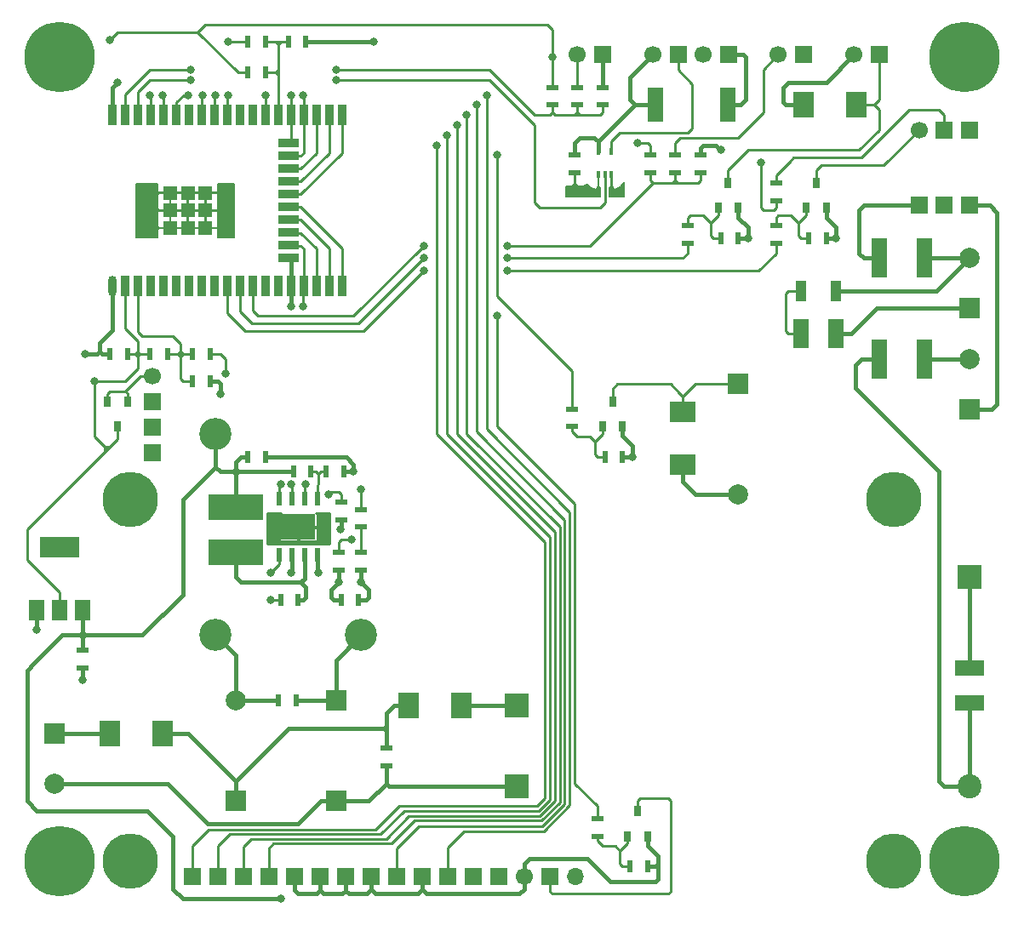
<source format=gbr>
G04 #@! TF.GenerationSoftware,KiCad,Pcbnew,(5.1.2-1)-1*
G04 #@! TF.CreationDate,2020-09-08T18:19:47+03:00*
G04 #@! TF.ProjectId,UAK_0,55414b5f-302e-46b6-9963-61645f706362,rev?*
G04 #@! TF.SameCoordinates,Original*
G04 #@! TF.FileFunction,Copper,L1,Top*
G04 #@! TF.FilePolarity,Positive*
%FSLAX46Y46*%
G04 Gerber Fmt 4.6, Leading zero omitted, Abs format (unit mm)*
G04 Created by KiCad (PCBNEW (5.1.2-1)-1) date 2020-09-08 18:19:47*
%MOMM*%
%LPD*%
G04 APERTURE LIST*
%ADD10C,1.700000*%
%ADD11R,1.700000X1.700000*%
%ADD12R,1.500000X4.000000*%
%ADD13O,1.700000X1.700000*%
%ADD14C,5.500000*%
%ADD15R,2.000000X2.000000*%
%ADD16C,2.000000*%
%ADD17R,0.800000X1.000000*%
%ADD18R,1.000000X2.000000*%
%ADD19R,1.250000X0.500000*%
%ADD20R,0.500000X1.250000*%
%ADD21R,1.500000X3.000000*%
%ADD22R,2.000000X2.500000*%
%ADD23R,0.400000X0.800000*%
%ADD24R,1.500000X3.500000*%
%ADD25R,2.500000X2.000000*%
%ADD26C,7.000000*%
%ADD27C,3.200000*%
%ADD28R,5.500000X2.500000*%
%ADD29R,4.000000X2.000000*%
%ADD30R,1.500000X2.000000*%
%ADD31R,2.400000X2.400000*%
%ADD32C,2.400000*%
%ADD33R,3.500000X2.500000*%
%ADD34R,0.609600X1.473200*%
%ADD35R,3.000000X1.500000*%
%ADD36R,2.000000X0.900000*%
%ADD37R,0.900000X2.000000*%
%ADD38R,1.350000X1.350000*%
%ADD39O,0.900000X2.000000*%
%ADD40C,0.800000*%
%ADD41C,0.250000*%
%ADD42C,0.450000*%
%ADD43C,0.200000*%
G04 APERTURE END LIST*
D10*
X165500000Y-62250000D03*
D11*
X168000000Y-62250000D03*
X170500000Y-62250000D03*
X170500000Y-69750000D03*
X168000000Y-69750000D03*
X165500000Y-69750000D03*
D12*
X166000000Y-75000000D03*
X161500000Y-75000000D03*
D13*
X131300000Y-136500000D03*
D11*
X128760000Y-136500000D03*
D10*
X126220000Y-136500000D03*
D11*
X123680000Y-136500000D03*
X121140000Y-136500000D03*
X118600000Y-136500000D03*
X116060000Y-136500000D03*
X113520000Y-136500000D03*
X110980000Y-136500000D03*
X108440000Y-136500000D03*
X105900000Y-136500000D03*
X103360000Y-136500000D03*
X100820000Y-136500000D03*
X98280000Y-136500000D03*
X95740000Y-136500000D03*
X93200000Y-136500000D03*
D14*
X87000000Y-99000000D03*
X163000000Y-99000000D03*
X163000000Y-135000000D03*
X87000000Y-135000000D03*
D15*
X170500000Y-80000000D03*
D16*
X170500000Y-75000000D03*
D17*
X155250000Y-67500000D03*
X156250000Y-70000000D03*
X154250000Y-70000000D03*
D18*
X153750000Y-78250000D03*
X157250000Y-78250000D03*
D19*
X151250000Y-69250000D03*
X151250000Y-67500000D03*
D20*
X156250000Y-73000000D03*
X154500000Y-73000000D03*
D19*
X151250000Y-73500000D03*
X151250000Y-71750000D03*
D21*
X157250000Y-82500000D03*
X153750000Y-82500000D03*
D11*
X154040000Y-54750000D03*
D10*
X151500000Y-54750000D03*
D15*
X79500000Y-122250000D03*
D16*
X79500000Y-127250000D03*
D11*
X146540000Y-54750000D03*
D10*
X144000000Y-54750000D03*
D11*
X141540000Y-54750000D03*
D10*
X139000000Y-54750000D03*
D22*
X114750000Y-119500000D03*
X120000000Y-119500000D03*
X90250000Y-122250000D03*
X85000000Y-122250000D03*
D19*
X141250000Y-66500000D03*
X141250000Y-64750000D03*
X138750000Y-66500000D03*
X138750000Y-64750000D03*
D23*
X134900000Y-64350000D03*
X134900000Y-66650000D03*
X134250000Y-66650000D03*
X133600000Y-64350000D03*
X133600000Y-66650000D03*
D19*
X143750000Y-66500000D03*
X143750000Y-64750000D03*
D24*
X146500000Y-59750000D03*
X139250000Y-59750000D03*
D19*
X131250000Y-66500000D03*
X131250000Y-64750000D03*
D15*
X147500000Y-87500000D03*
D16*
X147500000Y-98500000D03*
D11*
X134040000Y-54750000D03*
D10*
X131500000Y-54750000D03*
D11*
X161540000Y-54750000D03*
D10*
X159000000Y-54750000D03*
D17*
X135000000Y-89250000D03*
X136000000Y-91750000D03*
X134000000Y-91750000D03*
X146500000Y-67500000D03*
X147500000Y-70000000D03*
X145500000Y-70000000D03*
X137500000Y-130000000D03*
X138500000Y-132500000D03*
X136500000Y-132500000D03*
D25*
X142000000Y-95500000D03*
X142000000Y-90250000D03*
D22*
X154000000Y-59750000D03*
X159250000Y-59750000D03*
D19*
X131500000Y-59750000D03*
X131500000Y-58000000D03*
X129000000Y-59750000D03*
X129000000Y-58000000D03*
D20*
X136000000Y-94750000D03*
X134250000Y-94750000D03*
X147500000Y-73000000D03*
X145750000Y-73000000D03*
X138500000Y-135500000D03*
X136750000Y-135500000D03*
D19*
X131000000Y-90000000D03*
X131000000Y-91750000D03*
X142500000Y-73500000D03*
X142500000Y-71750000D03*
X133500000Y-130750000D03*
X133500000Y-132500000D03*
X134000000Y-59750000D03*
X134000000Y-58000000D03*
D20*
X104500000Y-53500000D03*
X102750000Y-53500000D03*
X95000000Y-87250000D03*
X93250000Y-87250000D03*
D11*
X89250000Y-94370000D03*
X89250000Y-91830000D03*
X89250000Y-89290000D03*
D10*
X89250000Y-86750000D03*
D17*
X85750000Y-91750000D03*
X84750000Y-89250000D03*
X86750000Y-89250000D03*
D20*
X100500000Y-53500000D03*
X98750000Y-53500000D03*
X93250000Y-84500000D03*
X95000000Y-84500000D03*
X100500000Y-56500000D03*
X98750000Y-56500000D03*
X90750000Y-84500000D03*
X89000000Y-84500000D03*
D26*
X80000000Y-135000000D03*
X170000000Y-55000000D03*
X170000000Y-135000000D03*
X80000000Y-55000000D03*
D15*
X170500000Y-90000000D03*
D16*
X170500000Y-85000000D03*
D27*
X95500000Y-92500000D03*
X110000000Y-112500000D03*
X95500000Y-112500000D03*
D20*
X108250000Y-96250000D03*
X106500000Y-96250000D03*
X105000000Y-96250000D03*
X103250000Y-96250000D03*
D19*
X110000000Y-101750000D03*
X110000000Y-100000000D03*
X107750000Y-104250000D03*
X107750000Y-106000000D03*
D16*
X97500000Y-119000000D03*
D15*
X107500000Y-119000000D03*
X107500000Y-129000000D03*
X97500000Y-129000000D03*
D28*
X97500000Y-104250000D03*
X97500000Y-99750000D03*
D29*
X80000000Y-103750000D03*
D30*
X80000000Y-110000000D03*
X77750000Y-110000000D03*
X82250000Y-110000000D03*
D31*
X125500000Y-119500000D03*
X125500000Y-127500000D03*
X170500000Y-106700000D03*
D32*
X170500000Y-127500000D03*
D12*
X161500000Y-85000000D03*
X166000000Y-85000000D03*
D33*
X103750000Y-101750000D03*
D34*
X101845000Y-98956000D03*
X103115000Y-98956000D03*
X104385000Y-98956000D03*
X105655000Y-98956000D03*
X105655000Y-104544000D03*
X104385000Y-104544000D03*
X103115000Y-104544000D03*
X101845000Y-104544000D03*
D20*
X85000000Y-84500000D03*
X86750000Y-84500000D03*
X100500000Y-94750000D03*
X98750000Y-94750000D03*
X103500000Y-119000000D03*
X101750000Y-119000000D03*
D19*
X82250000Y-115750000D03*
X82250000Y-114000000D03*
X112500000Y-125500000D03*
X112500000Y-123750000D03*
D20*
X103750000Y-109000000D03*
X102000000Y-109000000D03*
D35*
X170500000Y-115750000D03*
X170500000Y-119250000D03*
D19*
X110000000Y-106000000D03*
X110000000Y-104250000D03*
D20*
X109750000Y-109000000D03*
X108000000Y-109000000D03*
D19*
X108000000Y-101000000D03*
X108000000Y-99250000D03*
D36*
X102750000Y-72460000D03*
X102750000Y-71190000D03*
X102750000Y-73730000D03*
X102750000Y-69920000D03*
X102750000Y-68650000D03*
X102750000Y-67380000D03*
X102750000Y-75000000D03*
X102750000Y-66110000D03*
X102750000Y-64840000D03*
X102750000Y-63570000D03*
D37*
X108110000Y-60750000D03*
X108110000Y-77750000D03*
X106840000Y-60750000D03*
X106840000Y-77750000D03*
X105570000Y-60750000D03*
X105570000Y-77750000D03*
X104300000Y-60750000D03*
X104300000Y-77750000D03*
X103030000Y-60750000D03*
X103030000Y-77750000D03*
X101760000Y-60750000D03*
D38*
X92750000Y-72000000D03*
X91000000Y-72000000D03*
X94500000Y-72000000D03*
X92750000Y-68500000D03*
X91000000Y-68500000D03*
X94500000Y-68500000D03*
X94500000Y-70250000D03*
X91000000Y-70250000D03*
X92750000Y-70250000D03*
D37*
X101760000Y-77750000D03*
X100490000Y-60750000D03*
X100490000Y-77750000D03*
X99220000Y-60750000D03*
X99220000Y-77750000D03*
X97950000Y-60750000D03*
X97950000Y-77750000D03*
X96680000Y-60750000D03*
X96680000Y-77750000D03*
X95410000Y-60750000D03*
X95410000Y-77750000D03*
X94140000Y-60750000D03*
X94140000Y-77750000D03*
X92870000Y-60750000D03*
X92870000Y-77750000D03*
X91600000Y-60750000D03*
X91600000Y-77750000D03*
X90330000Y-60750000D03*
X90330000Y-77750000D03*
X89060000Y-60750000D03*
X89060000Y-77750000D03*
X87790000Y-60750000D03*
X87790000Y-77750000D03*
X86520000Y-60750000D03*
X86520000Y-77750000D03*
X85250000Y-60750000D03*
D39*
X85250000Y-77750000D03*
D40*
X101000000Y-102750000D03*
X101000000Y-100750000D03*
X101000000Y-101750000D03*
X106500000Y-100750000D03*
X106500000Y-101750000D03*
X106500000Y-102750000D03*
X90250000Y-58750000D03*
X89000000Y-58750000D03*
X85000000Y-53250000D03*
X83500000Y-87250000D03*
X137500000Y-63500000D03*
X129000000Y-55000000D03*
X149750000Y-65500000D03*
X96500000Y-86500000D03*
X96750000Y-53500000D03*
X116250000Y-75000000D03*
X124500000Y-75000000D03*
X93000000Y-56250000D03*
X107500000Y-56250000D03*
X92750000Y-58750000D03*
X123500000Y-64750000D03*
X117500000Y-63750000D03*
X94250000Y-58750000D03*
X119500000Y-61750000D03*
X96750000Y-58750000D03*
X121500000Y-59750000D03*
X103000000Y-58750000D03*
X122500000Y-58750000D03*
X104250000Y-58750000D03*
X120500000Y-60750000D03*
X100500000Y-58750000D03*
X118500000Y-62750000D03*
X95500000Y-58750000D03*
X123500000Y-80750000D03*
X104250000Y-79750000D03*
X103000000Y-106250000D03*
X107750000Y-107250000D03*
X102000000Y-138750000D03*
X116250000Y-73750000D03*
X124500000Y-73750000D03*
X93000000Y-57250000D03*
X107500000Y-57250000D03*
X102000000Y-97500000D03*
X106750000Y-98500000D03*
X101000000Y-106250000D03*
X101000000Y-109000000D03*
X103000000Y-97500000D03*
X109000000Y-103000000D03*
X104500000Y-97500000D03*
X110000000Y-98000000D03*
X116250000Y-76250000D03*
X124500000Y-76250000D03*
X137000000Y-94750000D03*
X148500000Y-73000000D03*
X105750000Y-106250000D03*
X109250000Y-96250000D03*
X110000000Y-107250000D03*
X107975000Y-102000000D03*
X82250000Y-117000000D03*
X77750000Y-112000000D03*
X88000000Y-68000000D03*
X88000000Y-72500000D03*
X88000000Y-70250000D03*
X97000000Y-68000000D03*
X97000000Y-70250000D03*
X97000000Y-72500000D03*
X82500000Y-84500000D03*
X103000000Y-79750000D03*
X96000000Y-88500000D03*
X111250000Y-53500000D03*
X157250000Y-73000000D03*
X131250000Y-68500000D03*
X135750000Y-68500000D03*
X145750000Y-64250000D03*
X85750000Y-57500000D03*
D41*
X105570000Y-77750000D02*
X105570000Y-74070000D01*
X105570000Y-74070000D02*
X104000000Y-72500000D01*
X104000000Y-72500000D02*
X102750000Y-72500000D01*
X106840000Y-74030000D02*
X106840000Y-75160000D01*
X104000000Y-71190000D02*
X106840000Y-74030000D01*
X102750000Y-71190000D02*
X104000000Y-71190000D01*
X106840000Y-75160000D02*
X106840000Y-74090000D01*
X106840000Y-77750000D02*
X106840000Y-75160000D01*
X102750000Y-69920000D02*
X104000000Y-69920000D01*
X104000000Y-69920000D02*
X108110000Y-74030000D01*
X108110000Y-74030000D02*
X108110000Y-74110000D01*
X108110000Y-77750000D02*
X108110000Y-74110000D01*
X104000000Y-68650000D02*
X108110000Y-64540000D01*
X102750000Y-68650000D02*
X104000000Y-68650000D01*
X108110000Y-64540000D02*
X108110000Y-63390000D01*
X108110000Y-60750000D02*
X108110000Y-63390000D01*
X106840000Y-64540000D02*
X106840000Y-63840000D01*
X102750000Y-67380000D02*
X104000000Y-67380000D01*
X104000000Y-67380000D02*
X106840000Y-64540000D01*
X106840000Y-60750000D02*
X106840000Y-63840000D01*
X104000000Y-66110000D02*
X105570000Y-64540000D01*
X102750000Y-66110000D02*
X104000000Y-66110000D01*
X105570000Y-64540000D02*
X105570000Y-63570000D01*
X105570000Y-60750000D02*
X105570000Y-63570000D01*
D42*
X172750000Y-90000000D02*
X173250000Y-89500000D01*
X170500000Y-90000000D02*
X172750000Y-90000000D01*
X170500000Y-108350000D02*
X170500000Y-115750000D01*
X170500000Y-106700000D02*
X170500000Y-108350000D01*
X173250000Y-78750000D02*
X173250000Y-70500000D01*
X173250000Y-78750000D02*
X173250000Y-89500000D01*
X173250000Y-78000000D02*
X173250000Y-78750000D01*
X172500000Y-69750000D02*
X170500000Y-69750000D01*
X173250000Y-70500000D02*
X172500000Y-69750000D01*
X166000000Y-85000000D02*
X170500000Y-85000000D01*
X158450000Y-82500000D02*
X157250000Y-82500000D01*
X158750000Y-82500000D02*
X158450000Y-82500000D01*
X170500000Y-80000000D02*
X161250000Y-80000000D01*
X161250000Y-80000000D02*
X158750000Y-82500000D01*
D41*
X128760000Y-138010000D02*
X128760000Y-136500000D01*
X129000000Y-138250000D02*
X128760000Y-138010000D01*
X140500000Y-138250000D02*
X129000000Y-138250000D01*
X137500000Y-130000000D02*
X137500000Y-129000000D01*
X137500000Y-129000000D02*
X137750000Y-128750000D01*
X137750000Y-128750000D02*
X140500000Y-128750000D01*
X140500000Y-128750000D02*
X140750000Y-129000000D01*
X140750000Y-129000000D02*
X140750000Y-138000000D01*
X140750000Y-138000000D02*
X140500000Y-138250000D01*
X101500000Y-53500000D02*
X100750000Y-53500000D01*
X101760000Y-53760000D02*
X101500000Y-53500000D01*
X102020000Y-53500000D02*
X101760000Y-53760000D01*
X102750000Y-53500000D02*
X102020000Y-53500000D01*
X101500000Y-53500000D02*
X102020000Y-53500000D01*
X101520000Y-56500000D02*
X101760000Y-56260000D01*
X100500000Y-56500000D02*
X101520000Y-56500000D01*
X101760000Y-56260000D02*
X101760000Y-53760000D01*
X101760000Y-56740000D02*
X101520000Y-56500000D01*
X101760000Y-56760000D02*
X101760000Y-56740000D01*
X101760000Y-56760000D02*
X101760000Y-56260000D01*
X101760000Y-60750000D02*
X101760000Y-56760000D01*
X90330000Y-58830000D02*
X90250000Y-58750000D01*
X90330000Y-60750000D02*
X90330000Y-58830000D01*
X89060000Y-58810000D02*
X89000000Y-58750000D01*
X89060000Y-60750000D02*
X89060000Y-58810000D01*
X87790000Y-77750000D02*
X87790000Y-82290000D01*
X87790000Y-82290000D02*
X88250000Y-82750000D01*
X88250000Y-82750000D02*
X91250000Y-82750000D01*
X91250000Y-82750000D02*
X92000000Y-83500000D01*
X92000000Y-84250000D02*
X91750000Y-84500000D01*
X92000000Y-83500000D02*
X92000000Y-84250000D01*
X90750000Y-84500000D02*
X91750000Y-84500000D01*
X92250000Y-84500000D02*
X92000000Y-84250000D01*
X92250000Y-84500000D02*
X93250000Y-84500000D01*
X92000000Y-84500000D02*
X92250000Y-84500000D01*
X91750000Y-84500000D02*
X92000000Y-84500000D01*
X92250000Y-87250000D02*
X93250000Y-87250000D01*
X92000000Y-87000000D02*
X92250000Y-87250000D01*
X92000000Y-84750000D02*
X91750000Y-84500000D01*
X92000000Y-85000000D02*
X92000000Y-84750000D01*
X92000000Y-85000000D02*
X92000000Y-87000000D01*
X92000000Y-84500000D02*
X92000000Y-85000000D01*
X92000000Y-84750000D02*
X92250000Y-84500000D01*
X86520000Y-77750000D02*
X86520000Y-82020000D01*
X86520000Y-82020000D02*
X87750000Y-83250000D01*
X87750000Y-83250000D02*
X87750000Y-84250000D01*
X87750000Y-84250000D02*
X87500000Y-84500000D01*
X87500000Y-84500000D02*
X86750000Y-84500000D01*
X80000000Y-110000000D02*
X80000000Y-108250000D01*
X80000000Y-108250000D02*
X76750000Y-105000000D01*
X76750000Y-105000000D02*
X76750000Y-103750000D01*
X76750000Y-103750000D02*
X76750000Y-102000000D01*
X85750000Y-93000000D02*
X85750000Y-91750000D01*
X87750000Y-86000000D02*
X86500000Y-87250000D01*
X87500000Y-84500000D02*
X87750000Y-84750000D01*
X87750000Y-84750000D02*
X87750000Y-86000000D01*
X84500000Y-93750000D02*
X84750000Y-94000000D01*
X84750000Y-94000000D02*
X85000000Y-93750000D01*
X85000000Y-93750000D02*
X84500000Y-93750000D01*
X83500000Y-92750000D02*
X84500000Y-93750000D01*
X85000000Y-93750000D02*
X85750000Y-93000000D01*
X84500000Y-94250000D02*
X84500000Y-93750000D01*
X76750000Y-102000000D02*
X84500000Y-94250000D01*
X84500000Y-94250000D02*
X84750000Y-94000000D01*
X88000000Y-84500000D02*
X87750000Y-84250000D01*
X89000000Y-84500000D02*
X88000000Y-84500000D01*
X87750000Y-84500000D02*
X87875000Y-84625000D01*
X87750000Y-84250000D02*
X87750000Y-84500000D01*
X87750000Y-84750000D02*
X87875000Y-84625000D01*
X87875000Y-84625000D02*
X88000000Y-84500000D01*
X98750000Y-56500000D02*
X97750000Y-56500000D01*
X97750000Y-56500000D02*
X93750000Y-52500000D01*
X85750000Y-52500000D02*
X85250000Y-53000000D01*
X84500000Y-87250000D02*
X83500000Y-87250000D01*
X84500000Y-87250000D02*
X84250000Y-87250000D01*
X86500000Y-87250000D02*
X84500000Y-87250000D01*
X83500000Y-88500000D02*
X83500000Y-87250000D01*
X83500000Y-88500000D02*
X83500000Y-92750000D01*
X83500000Y-88000000D02*
X83500000Y-88500000D01*
X85750000Y-52500000D02*
X85000000Y-53250000D01*
X86500000Y-52500000D02*
X85750000Y-52500000D01*
X93750000Y-52500000D02*
X86500000Y-52500000D01*
X128500000Y-51750000D02*
X129000000Y-52250000D01*
X94500000Y-51750000D02*
X128500000Y-51750000D01*
X129000000Y-52250000D02*
X129000000Y-58000000D01*
X93750000Y-52500000D02*
X94500000Y-51750000D01*
X138750000Y-64750000D02*
X138750000Y-63750000D01*
X138750000Y-63750000D02*
X138500000Y-63500000D01*
X138500000Y-63500000D02*
X137500000Y-63500000D01*
X149750000Y-65500000D02*
X149750000Y-70000000D01*
X149750000Y-70000000D02*
X150000000Y-70250000D01*
X150000000Y-70250000D02*
X151000000Y-70250000D01*
X151000000Y-70250000D02*
X151250000Y-70000000D01*
X151250000Y-70000000D02*
X151250000Y-69250000D01*
X95000000Y-84500000D02*
X96000000Y-84500000D01*
X96500000Y-85000000D02*
X96500000Y-86500000D01*
X96000000Y-84500000D02*
X96500000Y-85000000D01*
X98750000Y-53500000D02*
X96750000Y-53500000D01*
X124500000Y-75000000D02*
X142000000Y-75000000D01*
X142500000Y-74500000D02*
X142500000Y-73500000D01*
X142000000Y-75000000D02*
X142500000Y-74500000D01*
X97950000Y-80300000D02*
X97950000Y-77750000D01*
X99150000Y-81500000D02*
X97950000Y-80300000D01*
X109750000Y-81500000D02*
X99150000Y-81500000D01*
X116250000Y-75000000D02*
X109750000Y-81500000D01*
X129000000Y-59750000D02*
X129000000Y-60500000D01*
X129000000Y-60500000D02*
X129250000Y-60750000D01*
X131500000Y-60500000D02*
X131500000Y-59750000D01*
X131250000Y-60750000D02*
X131500000Y-60500000D01*
X134000000Y-60500000D02*
X134000000Y-59750000D01*
X133750000Y-60750000D02*
X134000000Y-60500000D01*
X131500000Y-60500000D02*
X131750000Y-60750000D01*
X131750000Y-60750000D02*
X133750000Y-60750000D01*
X131000000Y-60750000D02*
X131750000Y-60750000D01*
X131000000Y-60750000D02*
X131250000Y-60750000D01*
X129250000Y-60750000D02*
X131000000Y-60750000D01*
X86520000Y-58730000D02*
X89000000Y-56250000D01*
X86520000Y-60750000D02*
X86520000Y-58730000D01*
X93000000Y-56250000D02*
X89000000Y-56250000D01*
X128750000Y-60750000D02*
X129000000Y-60500000D01*
X127250000Y-60750000D02*
X128750000Y-60750000D01*
X122750000Y-56250000D02*
X127250000Y-60750000D01*
X107500000Y-56250000D02*
X122750000Y-56250000D01*
X92350000Y-58750000D02*
X92750000Y-58750000D01*
X91600000Y-60750000D02*
X91600000Y-59500000D01*
X91600000Y-59500000D02*
X92350000Y-58750000D01*
X131000000Y-90000000D02*
X131000000Y-86250000D01*
X131000000Y-86250000D02*
X123500000Y-78750000D01*
X123500000Y-78750000D02*
X123500000Y-64750000D01*
X93200000Y-133450000D02*
X93200000Y-133950000D01*
X128250000Y-128750000D02*
X127500000Y-129500000D01*
X127500000Y-129500000D02*
X113750000Y-129500000D01*
X113750000Y-129500000D02*
X111399990Y-131850010D01*
X93200000Y-133950000D02*
X93200000Y-136500000D01*
X111399990Y-131850010D02*
X94799990Y-131850010D01*
X94799990Y-131850010D02*
X93200000Y-133450000D01*
X128250000Y-116000000D02*
X128250000Y-128750000D01*
X128250000Y-115750000D02*
X128250000Y-116000000D01*
X128250000Y-103250000D02*
X128250000Y-116000000D01*
X117500000Y-92500000D02*
X128250000Y-103250000D01*
X94140000Y-60750000D02*
X94140000Y-58860000D01*
X94140000Y-58860000D02*
X94250000Y-58750000D01*
X117500000Y-63750000D02*
X117500000Y-65250000D01*
X117500000Y-65250000D02*
X117500000Y-92500000D01*
X98280000Y-133530000D02*
X98280000Y-136500000D01*
X99059972Y-132750028D02*
X98280000Y-133530000D01*
X112499972Y-132750028D02*
X99059972Y-132750028D01*
X114750000Y-130500000D02*
X112499972Y-132750028D01*
X119500000Y-92500000D02*
X129250000Y-102250000D01*
X129250000Y-102250000D02*
X129250000Y-129022820D01*
X129250000Y-129022820D02*
X127772820Y-130500000D01*
X127772820Y-130500000D02*
X114750000Y-130500000D01*
X96680000Y-60750000D02*
X96680000Y-58820000D01*
X96680000Y-58820000D02*
X96750000Y-58750000D01*
X119500000Y-61750000D02*
X119500000Y-63000000D01*
X119500000Y-63000000D02*
X119500000Y-92500000D01*
X103030000Y-60750000D02*
X103030000Y-63220000D01*
X103030000Y-63220000D02*
X102750000Y-63500000D01*
X113520000Y-133730000D02*
X113520000Y-136500000D01*
X115750000Y-131500000D02*
X113520000Y-133730000D01*
X121500000Y-92250000D02*
X130250000Y-101000000D01*
X130250000Y-101000000D02*
X130250000Y-129295640D01*
X130250000Y-129295640D02*
X128045640Y-131500000D01*
X128045640Y-131500000D02*
X115750000Y-131500000D01*
X103030000Y-60750000D02*
X103030000Y-58780000D01*
X103030000Y-58780000D02*
X103000000Y-58750000D01*
X121500000Y-61750000D02*
X121500000Y-59750000D01*
X121500000Y-61750000D02*
X121500000Y-92250000D01*
X104000000Y-64840000D02*
X104300000Y-64540000D01*
X104300000Y-64200000D02*
X104300000Y-64450000D01*
X104300000Y-64540000D02*
X104300000Y-64200000D01*
X102750000Y-64840000D02*
X104000000Y-64840000D01*
X104300000Y-60750000D02*
X104300000Y-64200000D01*
X118600000Y-136500000D02*
X118600000Y-133650000D01*
X118600000Y-133650000D02*
X120250000Y-132000000D01*
X128182050Y-132000000D02*
X130750000Y-129432050D01*
X120250000Y-132000000D02*
X128182050Y-132000000D01*
X130750000Y-129432050D02*
X130750000Y-115750000D01*
X130750000Y-115750000D02*
X130750000Y-100250000D01*
X130750000Y-100250000D02*
X122500000Y-92000000D01*
X104300000Y-60750000D02*
X104300000Y-58800000D01*
X104300000Y-58800000D02*
X104250000Y-58750000D01*
X122500000Y-61000000D02*
X122500000Y-58750000D01*
X122500000Y-92000000D02*
X122500000Y-61000000D01*
X100820000Y-133680000D02*
X100820000Y-136500000D01*
X101250000Y-133250000D02*
X100820000Y-133680000D01*
X105500000Y-133250000D02*
X101250000Y-133250000D01*
X105750000Y-133250000D02*
X105500000Y-133250000D01*
X108500000Y-133250000D02*
X109659230Y-133250000D01*
X108500000Y-133250000D02*
X109750000Y-133250000D01*
X105500000Y-133250000D02*
X108500000Y-133250000D01*
X109659230Y-133250000D02*
X113000000Y-133250000D01*
X113000000Y-133250000D02*
X114750000Y-131500000D01*
X114750000Y-131500000D02*
X115000000Y-131250000D01*
X115000000Y-131250000D02*
X115250000Y-131000000D01*
X115299991Y-130950009D02*
X115000000Y-131250000D01*
X120500000Y-92500000D02*
X129750000Y-101750000D01*
X129750000Y-101750000D02*
X129750000Y-129159230D01*
X129750000Y-129159230D02*
X127959221Y-130950009D01*
X127959221Y-130950009D02*
X115299991Y-130950009D01*
X100490000Y-60750000D02*
X100490000Y-58760000D01*
X100490000Y-58760000D02*
X100500000Y-58750000D01*
X120500000Y-60750000D02*
X120500000Y-62250000D01*
X120500000Y-62250000D02*
X120500000Y-92500000D01*
X116250000Y-130000000D02*
X114500000Y-130000000D01*
X95740000Y-133510000D02*
X95740000Y-136500000D01*
X96949981Y-132300019D02*
X95740000Y-133510000D01*
X111949981Y-132300019D02*
X96949981Y-132300019D01*
X114250000Y-130000000D02*
X111949981Y-132300019D01*
X116250000Y-130000000D02*
X114250000Y-130000000D01*
X127636410Y-130000000D02*
X116250000Y-130000000D01*
X128750000Y-128886410D02*
X127636410Y-130000000D01*
X128750000Y-102750000D02*
X128750000Y-128886410D01*
X118500000Y-92500000D02*
X128750000Y-102750000D01*
X95410000Y-60750000D02*
X95410000Y-58840000D01*
X95410000Y-58840000D02*
X95500000Y-58750000D01*
X118500000Y-62750000D02*
X118500000Y-63500000D01*
X118500000Y-63500000D02*
X118500000Y-92500000D01*
X104300000Y-77750000D02*
X104300000Y-74050000D01*
X104300000Y-74050000D02*
X104000000Y-73750000D01*
X104000000Y-73750000D02*
X102750000Y-73750000D01*
X133500000Y-129500000D02*
X133500000Y-130750000D01*
X131250000Y-127250000D02*
X133500000Y-129500000D01*
X123500000Y-80750000D02*
X123500000Y-91750000D01*
X123500000Y-91750000D02*
X131200010Y-99450010D01*
X131200010Y-99450010D02*
X131200010Y-101450010D01*
X131200010Y-101450010D02*
X131250000Y-101500000D01*
X131250000Y-101500000D02*
X131250000Y-127250000D01*
X104250000Y-77800000D02*
X104300000Y-77750000D01*
X104250000Y-79750000D02*
X104250000Y-77800000D01*
D42*
X101750000Y-119000000D02*
X97500000Y-119000000D01*
X103115000Y-104544000D02*
X103115000Y-106135000D01*
X103115000Y-106135000D02*
X103000000Y-106250000D01*
X107750000Y-107250000D02*
X107750000Y-106000000D01*
X107250000Y-109000000D02*
X108000000Y-109000000D01*
X107000000Y-108750000D02*
X107250000Y-109000000D01*
X107750000Y-107250000D02*
X107000000Y-108000000D01*
X107000000Y-108000000D02*
X107000000Y-108750000D01*
X97500000Y-114500000D02*
X95500000Y-112500000D01*
X97500000Y-119000000D02*
X97500000Y-114500000D01*
X156250000Y-57500000D02*
X159000000Y-54750000D01*
X152500000Y-57500000D02*
X156250000Y-57500000D01*
X152000000Y-58000000D02*
X152500000Y-57500000D01*
X152000000Y-59500000D02*
X152000000Y-58000000D01*
X154000000Y-59750000D02*
X152250000Y-59750000D01*
X152250000Y-59750000D02*
X152000000Y-59500000D01*
X97500000Y-97500000D02*
X97500000Y-99750000D01*
X97500000Y-97250000D02*
X97500000Y-97500000D01*
X98050000Y-94750000D02*
X97500000Y-95300000D01*
X98750000Y-94750000D02*
X98050000Y-94750000D01*
X97500000Y-97000000D02*
X97500000Y-97250000D01*
X97500000Y-96250000D02*
X97500000Y-97000000D01*
X97500000Y-96500000D02*
X97750000Y-96250000D01*
X97500000Y-97250000D02*
X97500000Y-96500000D01*
X97500000Y-96250000D02*
X97750000Y-96250000D01*
X97750000Y-96250000D02*
X103250000Y-96250000D01*
X97500000Y-96000000D02*
X97750000Y-96250000D01*
X97500000Y-95750000D02*
X97500000Y-96000000D01*
X97500000Y-95750000D02*
X97500000Y-96250000D01*
X97500000Y-95300000D02*
X97500000Y-95750000D01*
X95500000Y-92500000D02*
X95500000Y-95750000D01*
X95500000Y-95750000D02*
X96000000Y-96250000D01*
X97250000Y-96250000D02*
X97500000Y-96000000D01*
X97000000Y-96250000D02*
X97250000Y-96250000D01*
X97000000Y-96250000D02*
X97500000Y-96250000D01*
X96000000Y-96250000D02*
X97000000Y-96250000D01*
X97500000Y-96500000D02*
X97250000Y-96250000D01*
X133600000Y-64350000D02*
X133600000Y-63500000D01*
X133600000Y-63500000D02*
X133600000Y-63400000D01*
X137250000Y-59750000D02*
X138000000Y-59750000D01*
X133600000Y-63400000D02*
X137250000Y-59750000D01*
X139250000Y-59750000D02*
X138000000Y-59750000D01*
X138000000Y-59750000D02*
X137500000Y-59750000D01*
X137000000Y-59500000D02*
X137250000Y-59750000D01*
X136750000Y-57000000D02*
X137250000Y-56500000D01*
X136750000Y-59250000D02*
X136750000Y-57000000D01*
X137000000Y-59500000D02*
X136750000Y-59250000D01*
X137000000Y-56750000D02*
X137250000Y-56500000D01*
X137250000Y-56500000D02*
X139000000Y-54750000D01*
X133200000Y-63000000D02*
X133600000Y-63400000D01*
X131750000Y-63000000D02*
X133200000Y-63000000D01*
X131250000Y-64750000D02*
X131250000Y-63500000D01*
X131250000Y-63500000D02*
X131750000Y-63000000D01*
X147500000Y-98500000D02*
X143250000Y-98500000D01*
X142000000Y-97250000D02*
X142000000Y-95500000D01*
X143250000Y-98500000D02*
X142000000Y-97250000D01*
X82250000Y-112750000D02*
X82000000Y-112500000D01*
X82000000Y-112500000D02*
X81750000Y-112500000D01*
X81750000Y-112500000D02*
X80250000Y-112500000D01*
X80250000Y-112500000D02*
X77500000Y-115250000D01*
X77500000Y-115250000D02*
X76750000Y-116000000D01*
X76750000Y-116000000D02*
X76750000Y-116750000D01*
X76750000Y-116750000D02*
X76750000Y-129000000D01*
X76750000Y-129000000D02*
X77750000Y-130000000D01*
X77750000Y-130000000D02*
X88750000Y-130000000D01*
X88750000Y-130000000D02*
X91250000Y-132500000D01*
X91250000Y-132500000D02*
X91250000Y-137750000D01*
X91250000Y-137750000D02*
X92250000Y-138750000D01*
X92250000Y-138750000D02*
X102000000Y-138750000D01*
X82250000Y-112250000D02*
X82000000Y-112500000D01*
X82250000Y-110000000D02*
X82250000Y-111750000D01*
X82250000Y-112500000D02*
X82250000Y-112750000D01*
X82250000Y-111750000D02*
X82250000Y-112500000D01*
X88250000Y-112500000D02*
X92250000Y-108500000D01*
X92250000Y-99000000D02*
X95500000Y-95750000D01*
X92250000Y-108500000D02*
X92250000Y-99000000D01*
X82250000Y-112750000D02*
X82500000Y-112500000D01*
X82250000Y-113250000D02*
X82250000Y-112750000D01*
X82500000Y-112500000D02*
X88250000Y-112500000D01*
X82250000Y-112500000D02*
X82500000Y-112500000D01*
X82250000Y-113250000D02*
X82250000Y-114000000D01*
X82250000Y-112250000D02*
X82500000Y-112500000D01*
X82250000Y-111750000D02*
X82250000Y-112250000D01*
D41*
X147500000Y-87500000D02*
X143250000Y-87500000D01*
X142000000Y-88750000D02*
X142000000Y-90250000D01*
X143250000Y-87500000D02*
X142000000Y-88750000D01*
X135000000Y-89250000D02*
X135000000Y-88000000D01*
X135000000Y-88000000D02*
X135500000Y-87500000D01*
X141500000Y-88250000D02*
X142000000Y-88750000D01*
X140750000Y-87500000D02*
X142000000Y-88750000D01*
X138250000Y-87500000D02*
X140750000Y-87500000D01*
X135500000Y-87500000D02*
X138250000Y-87500000D01*
X131500000Y-55952081D02*
X131500000Y-58000000D01*
X131500000Y-54750000D02*
X131500000Y-55952081D01*
X161540000Y-54750000D02*
X161540000Y-59210000D01*
X161000000Y-59750000D02*
X159250000Y-59750000D01*
X161540000Y-59210000D02*
X161000000Y-59750000D01*
X146500000Y-66250000D02*
X146500000Y-67500000D01*
X148500000Y-64250000D02*
X146500000Y-66250000D01*
X159500000Y-64250000D02*
X148500000Y-64250000D01*
X161500000Y-62250000D02*
X159500000Y-64250000D01*
X161000000Y-59750000D02*
X161500000Y-60250000D01*
X161500000Y-60250000D02*
X161500000Y-62250000D01*
X140750000Y-67500000D02*
X141500000Y-67500000D01*
X139000000Y-67500000D02*
X140750000Y-67500000D01*
X140750000Y-67500000D02*
X141000000Y-67500000D01*
X143750000Y-67250000D02*
X143750000Y-66500000D01*
X141250000Y-67250000D02*
X141500000Y-67500000D01*
X141500000Y-67500000D02*
X143500000Y-67500000D01*
X143500000Y-67500000D02*
X143750000Y-67250000D01*
X138750000Y-67250000D02*
X139000000Y-67500000D01*
X138750000Y-66500000D02*
X138750000Y-67250000D01*
X141000000Y-67500000D02*
X141250000Y-67250000D01*
X141250000Y-67250000D02*
X141250000Y-66500000D01*
X99220000Y-77750000D02*
X99220000Y-80220000D01*
X99220000Y-80220000D02*
X99750000Y-80750000D01*
X99750000Y-80750000D02*
X109250000Y-80750000D01*
X109250000Y-80750000D02*
X116250000Y-73750000D01*
X132750000Y-73750000D02*
X139000000Y-67500000D01*
X124500000Y-73750000D02*
X132750000Y-73750000D01*
X87790000Y-58460000D02*
X87790000Y-60750000D01*
X89000000Y-57250000D02*
X87790000Y-58460000D01*
X93000000Y-57250000D02*
X89000000Y-57250000D01*
X134250000Y-69500000D02*
X134250000Y-66650000D01*
X107500000Y-57250000D02*
X122750000Y-57250000D01*
X122750000Y-57250000D02*
X127250000Y-61750000D01*
X127250000Y-61750000D02*
X127250000Y-69500000D01*
X127250000Y-69500000D02*
X127750000Y-70000000D01*
X127750000Y-70000000D02*
X133750000Y-70000000D01*
X133750000Y-70000000D02*
X134250000Y-69500000D01*
D42*
X112750000Y-127500000D02*
X112500000Y-127250000D01*
X125500000Y-127500000D02*
X112750000Y-127500000D01*
X112500000Y-127250000D02*
X112500000Y-125500000D01*
X110750000Y-129000000D02*
X112500000Y-127250000D01*
X107500000Y-129000000D02*
X110750000Y-129000000D01*
X79500000Y-127250000D02*
X90750000Y-127250000D01*
X90750000Y-127250000D02*
X94750000Y-131250000D01*
X94750000Y-131250000D02*
X103750000Y-131250000D01*
X106000000Y-129000000D02*
X107500000Y-129000000D01*
X103750000Y-131250000D02*
X106000000Y-129000000D01*
D41*
X134900000Y-63350000D02*
X134900000Y-64350000D01*
X141540000Y-56290000D02*
X142900000Y-57650000D01*
X141540000Y-54750000D02*
X141540000Y-56290000D01*
X142900000Y-62100000D02*
X142500000Y-62500000D01*
X142500000Y-62500000D02*
X135750000Y-62500000D01*
X142900000Y-57650000D02*
X142900000Y-62100000D01*
X135750000Y-62500000D02*
X134900000Y-63350000D01*
X141250000Y-64750000D02*
X141250000Y-63500000D01*
X141250000Y-63500000D02*
X141750000Y-63000000D01*
X141750000Y-63000000D02*
X147500000Y-63000000D01*
X147500000Y-63000000D02*
X150000000Y-60500000D01*
X150000000Y-56250000D02*
X151500000Y-54750000D01*
X150000000Y-60500000D02*
X150000000Y-56250000D01*
D42*
X79500000Y-122250000D02*
X85000000Y-122250000D01*
D41*
X101845000Y-98956000D02*
X101845000Y-97655000D01*
X101845000Y-97655000D02*
X102000000Y-97500000D01*
X108000000Y-99250000D02*
X108000000Y-98500000D01*
X108000000Y-98500000D02*
X107750000Y-98250000D01*
X107750000Y-98250000D02*
X107000000Y-98250000D01*
X107000000Y-98250000D02*
X106750000Y-98500000D01*
X110000000Y-102000000D02*
X110000000Y-104250000D01*
X110000000Y-101750000D02*
X110000000Y-104250000D01*
X101845000Y-104544000D02*
X101845000Y-105405000D01*
X101845000Y-105405000D02*
X101000000Y-106250000D01*
X101000000Y-109000000D02*
X102000000Y-109000000D01*
X103115000Y-97615000D02*
X103000000Y-97500000D01*
X103115000Y-98956000D02*
X103115000Y-97615000D01*
X108000000Y-103000000D02*
X107750000Y-103250000D01*
X109000000Y-103000000D02*
X108000000Y-103000000D01*
X107750000Y-104250000D02*
X107750000Y-103250000D01*
X104385000Y-98956000D02*
X104385000Y-97615000D01*
X104385000Y-97615000D02*
X104500000Y-97500000D01*
X110000000Y-98000000D02*
X110000000Y-100000000D01*
X105000000Y-96250000D02*
X105500000Y-96250000D01*
X105500000Y-96250000D02*
X105750000Y-96500000D01*
X106000000Y-96250000D02*
X105750000Y-96500000D01*
X106500000Y-96250000D02*
X106000000Y-96250000D01*
X105655000Y-97595000D02*
X105655000Y-98956000D01*
X105750000Y-97500000D02*
X105655000Y-97595000D01*
X105750000Y-96500000D02*
X105750000Y-97500000D01*
X135750000Y-134000000D02*
X135750000Y-135250000D01*
X136000000Y-135500000D02*
X136750000Y-135500000D01*
X136500000Y-132500000D02*
X136500000Y-133250000D01*
X136500000Y-133250000D02*
X135750000Y-134000000D01*
X135750000Y-135250000D02*
X136000000Y-135500000D01*
X133500000Y-132500000D02*
X133500000Y-133000000D01*
X134000000Y-133500000D02*
X135250000Y-133500000D01*
X133500000Y-133000000D02*
X134000000Y-133500000D01*
X135250000Y-133500000D02*
X135750000Y-134000000D01*
X144750000Y-71500000D02*
X144750000Y-72750000D01*
X144750000Y-72750000D02*
X145000000Y-73000000D01*
X145000000Y-73000000D02*
X145750000Y-73000000D01*
X145500000Y-70750000D02*
X144750000Y-71500000D01*
X145500000Y-70000000D02*
X145500000Y-70750000D01*
X142500000Y-71000000D02*
X142750000Y-70750000D01*
X144000000Y-70750000D02*
X144750000Y-71500000D01*
X142750000Y-70750000D02*
X144000000Y-70750000D01*
X142500000Y-71750000D02*
X142500000Y-71000000D01*
X133250000Y-94500000D02*
X133500000Y-94750000D01*
X133500000Y-94750000D02*
X134250000Y-94750000D01*
X134000000Y-91750000D02*
X134000000Y-92500000D01*
X134000000Y-92500000D02*
X133250000Y-93250000D01*
X133250000Y-93250000D02*
X133250000Y-94500000D01*
X131000000Y-91750000D02*
X131000000Y-92250000D01*
X131500000Y-92750000D02*
X132750000Y-92750000D01*
X131000000Y-92250000D02*
X131500000Y-92750000D01*
X132750000Y-92750000D02*
X133250000Y-93250000D01*
X84750000Y-89250000D02*
X84750000Y-88500000D01*
X84750000Y-88500000D02*
X85000000Y-88250000D01*
X85000000Y-88250000D02*
X86500000Y-88250000D01*
X86750000Y-88500000D02*
X86750000Y-89250000D01*
X86547919Y-88250000D02*
X86500000Y-88250000D01*
X88047919Y-86750000D02*
X86547919Y-88250000D01*
X89250000Y-86750000D02*
X88047919Y-86750000D01*
X86750000Y-88452081D02*
X86547919Y-88250000D01*
X86750000Y-89250000D02*
X86750000Y-88452081D01*
X124500000Y-76250000D02*
X149500000Y-76250000D01*
X151250000Y-74500000D02*
X151250000Y-73500000D01*
X149500000Y-76250000D02*
X151250000Y-74500000D01*
X110250000Y-82250000D02*
X111500000Y-81000000D01*
X116250000Y-76250000D02*
X111500000Y-81000000D01*
X96680000Y-80430000D02*
X98500000Y-82250000D01*
X96680000Y-77750000D02*
X96680000Y-80430000D01*
X98500000Y-82250000D02*
X110250000Y-82250000D01*
D42*
X167200000Y-75000000D02*
X170500000Y-75000000D01*
X166000000Y-75000000D02*
X167200000Y-75000000D01*
X167750000Y-77750000D02*
X170500000Y-75000000D01*
X167250000Y-78250000D02*
X170500000Y-75000000D01*
X164000000Y-78250000D02*
X167250000Y-78250000D01*
X157250000Y-78250000D02*
X164000000Y-78250000D01*
D41*
X153750000Y-82500000D02*
X152500000Y-82500000D01*
X152500000Y-82500000D02*
X152250000Y-82250000D01*
X152250000Y-82250000D02*
X152250000Y-78500000D01*
X152500000Y-78250000D02*
X153750000Y-78250000D01*
X152250000Y-78500000D02*
X152500000Y-78250000D01*
X154250000Y-70000000D02*
X154250000Y-70750000D01*
X154250000Y-70750000D02*
X153500000Y-71500000D01*
X153500000Y-71500000D02*
X153500000Y-72750000D01*
X153750000Y-73000000D02*
X154500000Y-73000000D01*
X153500000Y-72750000D02*
X153750000Y-73000000D01*
X151250000Y-71750000D02*
X151250000Y-71000000D01*
X151250000Y-71000000D02*
X151500000Y-70750000D01*
X152750000Y-70750000D02*
X153500000Y-71500000D01*
X151500000Y-70750000D02*
X152750000Y-70750000D01*
X168000000Y-60750000D02*
X168000000Y-62250000D01*
X167500000Y-60250000D02*
X168000000Y-60750000D01*
X166500000Y-60250000D02*
X167500000Y-60250000D01*
X151250000Y-66750000D02*
X151250000Y-67500000D01*
X164500000Y-60250000D02*
X165750000Y-60250000D01*
X165750000Y-60250000D02*
X166500000Y-60250000D01*
X164500000Y-60250000D02*
X159750000Y-65000000D01*
X153000000Y-65000000D02*
X152625000Y-65375000D01*
X159750000Y-65000000D02*
X153000000Y-65000000D01*
X152625000Y-65375000D02*
X151250000Y-66750000D01*
X155250000Y-66250000D02*
X155250000Y-67500000D01*
X162000000Y-65750000D02*
X155750000Y-65750000D01*
X165500000Y-62250000D02*
X162000000Y-65750000D01*
X155750000Y-65750000D02*
X155250000Y-66250000D01*
D42*
X170500000Y-120450000D02*
X170500000Y-127500000D01*
X170500000Y-119250000D02*
X170500000Y-120450000D01*
X168000000Y-127500000D02*
X170500000Y-127500000D01*
X161500000Y-85000000D02*
X159750000Y-85000000D01*
X159750000Y-85000000D02*
X159125000Y-85625000D01*
X159125000Y-85625000D02*
X159125000Y-87875000D01*
X159125000Y-87875000D02*
X167500000Y-96250000D01*
X167500000Y-96250000D02*
X167500000Y-127000000D01*
X167500000Y-127000000D02*
X168000000Y-127500000D01*
X159500000Y-70250000D02*
X159500000Y-74500000D01*
X165500000Y-69750000D02*
X160000000Y-69750000D01*
X160000000Y-69750000D02*
X159500000Y-70250000D01*
X160000000Y-75000000D02*
X159500000Y-74500000D01*
X161500000Y-75000000D02*
X160000000Y-75000000D01*
X113250000Y-119500000D02*
X114750000Y-119500000D01*
X112500000Y-120250000D02*
X113250000Y-119500000D01*
X97500000Y-127000000D02*
X97500000Y-129000000D01*
X90250000Y-122250000D02*
X92750000Y-122250000D01*
X92750000Y-122250000D02*
X97500000Y-127000000D01*
X112250000Y-121750000D02*
X112500000Y-122000000D01*
X102750000Y-121750000D02*
X112250000Y-121750000D01*
X97500000Y-127000000D02*
X102750000Y-121750000D01*
X112500000Y-123750000D02*
X112500000Y-122000000D01*
X112500000Y-121500000D02*
X112250000Y-121750000D01*
X112500000Y-121000000D02*
X112500000Y-121500000D01*
X112500000Y-121000000D02*
X112500000Y-120250000D01*
X112500000Y-122000000D02*
X112500000Y-121000000D01*
X121450000Y-119500000D02*
X125500000Y-119500000D01*
X120000000Y-119500000D02*
X121450000Y-119500000D01*
X138500000Y-132500000D02*
X138500000Y-133450000D01*
X139500000Y-135250000D02*
X139500000Y-135500000D01*
X139500000Y-134450000D02*
X139500000Y-135250000D01*
X139500000Y-135250000D02*
X139250000Y-135500000D01*
X138500000Y-133450000D02*
X139500000Y-134450000D01*
X139250000Y-135500000D02*
X138500000Y-135500000D01*
X137000000Y-94500000D02*
X137000000Y-94750000D01*
X136000000Y-91750000D02*
X136000000Y-92700000D01*
X136750000Y-94750000D02*
X136000000Y-94750000D01*
X136000000Y-92700000D02*
X137000000Y-93700000D01*
X137000000Y-93700000D02*
X137000000Y-94500000D01*
X137000000Y-94500000D02*
X136750000Y-94750000D01*
X147500000Y-70950000D02*
X148500000Y-71950000D01*
X147500000Y-70000000D02*
X147500000Y-70950000D01*
X148500000Y-71950000D02*
X148500000Y-72750000D01*
X148250000Y-73000000D02*
X147500000Y-73000000D01*
X148500000Y-72750000D02*
X148250000Y-73000000D01*
X148500000Y-72750000D02*
X148500000Y-73000000D01*
X103500000Y-119000000D02*
X107500000Y-119000000D01*
X105655000Y-104544000D02*
X105655000Y-106155000D01*
X105655000Y-106155000D02*
X105750000Y-106250000D01*
X108500000Y-94750000D02*
X109250000Y-95500000D01*
X109250000Y-95500000D02*
X109250000Y-96250000D01*
X108250000Y-96250000D02*
X109250000Y-96250000D01*
X110000000Y-106000000D02*
X110000000Y-107250000D01*
X100500000Y-94750000D02*
X103250000Y-94750000D01*
X103250000Y-94750000D02*
X108500000Y-94750000D01*
X108000000Y-101000000D02*
X108000000Y-101975000D01*
X108000000Y-101975000D02*
X107975000Y-102000000D01*
X110500000Y-109000000D02*
X109750000Y-109000000D01*
X110750000Y-108750000D02*
X110500000Y-109000000D01*
X110000000Y-107250000D02*
X110750000Y-108000000D01*
X110750000Y-108000000D02*
X110750000Y-108750000D01*
X107500000Y-115000000D02*
X110000000Y-112500000D01*
X107500000Y-119000000D02*
X107500000Y-115000000D01*
X82250000Y-116750000D02*
X82250000Y-115750000D01*
X82250000Y-115750000D02*
X82250000Y-117000000D01*
X77750000Y-110000000D02*
X77750000Y-112000000D01*
X103030000Y-77750000D02*
X103030000Y-75280000D01*
X103030000Y-75280000D02*
X102750000Y-75000000D01*
X85250000Y-77750000D02*
X85250000Y-79750000D01*
X103030000Y-79720000D02*
X103000000Y-79750000D01*
X103030000Y-77750000D02*
X103030000Y-79720000D01*
X85250000Y-80315685D02*
X85250000Y-79750000D01*
X85250000Y-82171768D02*
X85250000Y-80315685D01*
X84000000Y-83421768D02*
X85250000Y-82171768D01*
X84000000Y-83700000D02*
X84000000Y-83421768D01*
X85000000Y-84500000D02*
X84250000Y-84500000D01*
X84000000Y-84250000D02*
X84000000Y-83700000D01*
X84250000Y-84500000D02*
X84000000Y-84250000D01*
X83750000Y-84500000D02*
X84000000Y-84250000D01*
X82500000Y-84500000D02*
X83750000Y-84500000D01*
X95000000Y-87250000D02*
X95750000Y-87250000D01*
X95750000Y-87250000D02*
X96000000Y-87500000D01*
X96000000Y-87500000D02*
X96000000Y-88500000D01*
X104500000Y-53500000D02*
X111250000Y-53500000D01*
X156250000Y-70950000D02*
X157250000Y-71950000D01*
X156250000Y-70000000D02*
X156250000Y-70950000D01*
X157250000Y-71950000D02*
X157250000Y-72750000D01*
X157000000Y-73000000D02*
X156250000Y-73000000D01*
X157250000Y-72750000D02*
X157000000Y-73000000D01*
X157250000Y-72750000D02*
X157250000Y-73000000D01*
X146500000Y-59750000D02*
X147750000Y-59750000D01*
X147750000Y-59750000D02*
X148250000Y-59250000D01*
X148250000Y-59250000D02*
X148250000Y-55000000D01*
X148000000Y-54750000D02*
X146540000Y-54750000D01*
X148250000Y-55000000D02*
X148000000Y-54750000D01*
X134040000Y-57960000D02*
X134000000Y-58000000D01*
X134040000Y-54750000D02*
X134040000Y-57960000D01*
X143750000Y-64050000D02*
X144050000Y-63750000D01*
X143750000Y-64750000D02*
X143750000Y-64050000D01*
X144050000Y-63750000D02*
X145000000Y-63750000D01*
X145000000Y-63750000D02*
X145250000Y-63750000D01*
X145250000Y-63750000D02*
X145750000Y-64250000D01*
X103360000Y-136500000D02*
X103360000Y-137860000D01*
X103360000Y-137860000D02*
X103750000Y-138250000D01*
X105900000Y-137850000D02*
X105900000Y-136500000D01*
X105900000Y-137850000D02*
X105900000Y-137900000D01*
X105900000Y-137900000D02*
X106250000Y-138250000D01*
X108440000Y-137810000D02*
X108440000Y-136500000D01*
X110980000Y-137800000D02*
X110980000Y-136500000D01*
X110530000Y-138250000D02*
X110980000Y-137800000D01*
X108750000Y-138250000D02*
X110530000Y-138250000D01*
X108440000Y-137940000D02*
X108750000Y-138250000D01*
X108440000Y-137810000D02*
X108440000Y-137940000D01*
X108130000Y-138250000D02*
X108440000Y-137940000D01*
X107250000Y-138250000D02*
X108130000Y-138250000D01*
X107250000Y-138250000D02*
X108000000Y-138250000D01*
X106250000Y-138250000D02*
X107250000Y-138250000D01*
X105550000Y-138250000D02*
X105900000Y-137900000D01*
X104750000Y-138250000D02*
X105550000Y-138250000D01*
X104750000Y-138250000D02*
X105500000Y-138250000D01*
X103750000Y-138250000D02*
X104750000Y-138250000D01*
X111430000Y-138250000D02*
X110980000Y-137800000D01*
X115610000Y-138250000D02*
X111430000Y-138250000D01*
X116060000Y-137800000D02*
X115610000Y-138250000D01*
X116060000Y-136500000D02*
X116060000Y-137800000D01*
X116060000Y-137800000D02*
X116060000Y-137810000D01*
X116060000Y-137810000D02*
X116500000Y-138250000D01*
X116500000Y-138250000D02*
X125750000Y-138250000D01*
X126220000Y-137780000D02*
X126220000Y-136500000D01*
X125750000Y-138250000D02*
X126220000Y-137780000D01*
X139500000Y-135500000D02*
X139500000Y-136750000D01*
X139500000Y-136750000D02*
X139250000Y-137000000D01*
X139250000Y-137000000D02*
X134750000Y-137000000D01*
X134750000Y-137000000D02*
X132500000Y-134750000D01*
X132500000Y-134750000D02*
X126750000Y-134750000D01*
X126220000Y-135280000D02*
X126220000Y-136500000D01*
X126750000Y-134750000D02*
X126220000Y-135280000D01*
X85250000Y-60750000D02*
X85250000Y-58000000D01*
X85250000Y-58000000D02*
X85750000Y-57500000D01*
X104385000Y-106865000D02*
X104385000Y-104544000D01*
X104000000Y-107250000D02*
X104385000Y-106865000D01*
X98000000Y-107250000D02*
X104000000Y-107250000D01*
X97500000Y-104250000D02*
X97500000Y-106750000D01*
X97500000Y-106750000D02*
X98000000Y-107250000D01*
X104250000Y-109000000D02*
X103750000Y-109000000D01*
X104500000Y-108750000D02*
X104250000Y-109000000D01*
X104500000Y-107750000D02*
X104500000Y-108750000D01*
X104000000Y-107250000D02*
X104500000Y-107750000D01*
D41*
G36*
X101975496Y-100376808D02*
G01*
X101951933Y-100383956D01*
X101930218Y-100395563D01*
X101911184Y-100411184D01*
X101895563Y-100430218D01*
X101883956Y-100451933D01*
X101876808Y-100475496D01*
X101874395Y-100500000D01*
X101875000Y-101693750D01*
X101906250Y-101725000D01*
X103725000Y-101725000D01*
X103725000Y-101705000D01*
X103775000Y-101705000D01*
X103775000Y-101725000D01*
X105593750Y-101725000D01*
X105625000Y-101693750D01*
X105625605Y-100500000D01*
X105623192Y-100475496D01*
X105616044Y-100451933D01*
X105604437Y-100430218D01*
X105588816Y-100411184D01*
X105569782Y-100395563D01*
X105548067Y-100383956D01*
X105524504Y-100376808D01*
X105506144Y-100375000D01*
X106875000Y-100375000D01*
X106875000Y-103375000D01*
X100626814Y-103375000D01*
X100626814Y-103000000D01*
X101874395Y-103000000D01*
X101876808Y-103024504D01*
X101883956Y-103048067D01*
X101895563Y-103069782D01*
X101911184Y-103088816D01*
X101930218Y-103104437D01*
X101951933Y-103116044D01*
X101975496Y-103123192D01*
X102000000Y-103125605D01*
X103693750Y-103125000D01*
X103725000Y-103093750D01*
X103725000Y-101775000D01*
X103775000Y-101775000D01*
X103775000Y-103093750D01*
X103806250Y-103125000D01*
X105500000Y-103125605D01*
X105524504Y-103123192D01*
X105548067Y-103116044D01*
X105569782Y-103104437D01*
X105588816Y-103088816D01*
X105604437Y-103069782D01*
X105616044Y-103048067D01*
X105623192Y-103024504D01*
X105625605Y-103000000D01*
X105625000Y-101806250D01*
X105593750Y-101775000D01*
X103775000Y-101775000D01*
X103725000Y-101775000D01*
X101906250Y-101775000D01*
X101875000Y-101806250D01*
X101874395Y-103000000D01*
X100626814Y-103000000D01*
X100625000Y-102981581D01*
X100625000Y-101018419D01*
X100626814Y-101000000D01*
X100626814Y-100375000D01*
X101993856Y-100375000D01*
X101975496Y-100376808D01*
X101975496Y-100376808D01*
G37*
X101975496Y-100376808D02*
X101951933Y-100383956D01*
X101930218Y-100395563D01*
X101911184Y-100411184D01*
X101895563Y-100430218D01*
X101883956Y-100451933D01*
X101876808Y-100475496D01*
X101874395Y-100500000D01*
X101875000Y-101693750D01*
X101906250Y-101725000D01*
X103725000Y-101725000D01*
X103725000Y-101705000D01*
X103775000Y-101705000D01*
X103775000Y-101725000D01*
X105593750Y-101725000D01*
X105625000Y-101693750D01*
X105625605Y-100500000D01*
X105623192Y-100475496D01*
X105616044Y-100451933D01*
X105604437Y-100430218D01*
X105588816Y-100411184D01*
X105569782Y-100395563D01*
X105548067Y-100383956D01*
X105524504Y-100376808D01*
X105506144Y-100375000D01*
X106875000Y-100375000D01*
X106875000Y-103375000D01*
X100626814Y-103375000D01*
X100626814Y-103000000D01*
X101874395Y-103000000D01*
X101876808Y-103024504D01*
X101883956Y-103048067D01*
X101895563Y-103069782D01*
X101911184Y-103088816D01*
X101930218Y-103104437D01*
X101951933Y-103116044D01*
X101975496Y-103123192D01*
X102000000Y-103125605D01*
X103693750Y-103125000D01*
X103725000Y-103093750D01*
X103725000Y-101775000D01*
X103775000Y-101775000D01*
X103775000Y-103093750D01*
X103806250Y-103125000D01*
X105500000Y-103125605D01*
X105524504Y-103123192D01*
X105548067Y-103116044D01*
X105569782Y-103104437D01*
X105588816Y-103088816D01*
X105604437Y-103069782D01*
X105616044Y-103048067D01*
X105623192Y-103024504D01*
X105625605Y-103000000D01*
X105625000Y-101806250D01*
X105593750Y-101775000D01*
X103775000Y-101775000D01*
X103725000Y-101775000D01*
X101906250Y-101775000D01*
X101875000Y-101806250D01*
X101874395Y-103000000D01*
X100626814Y-103000000D01*
X100625000Y-102981581D01*
X100625000Y-101018419D01*
X100626814Y-101000000D01*
X100626814Y-100375000D01*
X101993856Y-100375000D01*
X101975496Y-100376808D01*
D43*
G36*
X89733682Y-67707379D02*
G01*
X89722097Y-67825000D01*
X89725000Y-68325000D01*
X89875000Y-68475000D01*
X90975000Y-68475000D01*
X90975000Y-68455000D01*
X91025000Y-68455000D01*
X91025000Y-68475000D01*
X92725000Y-68475000D01*
X92725000Y-68455000D01*
X92775000Y-68455000D01*
X92775000Y-68475000D01*
X94475000Y-68475000D01*
X94475000Y-68455000D01*
X94525000Y-68455000D01*
X94525000Y-68475000D01*
X95625000Y-68475000D01*
X95775000Y-68325000D01*
X95777903Y-67825000D01*
X95766318Y-67707379D01*
X95733745Y-67600000D01*
X97400000Y-67600000D01*
X97400000Y-72900000D01*
X95733745Y-72900000D01*
X95766318Y-72792621D01*
X95777903Y-72675000D01*
X95775000Y-72175000D01*
X95625000Y-72025000D01*
X94525000Y-72025000D01*
X94525000Y-72045000D01*
X94475000Y-72045000D01*
X94475000Y-72025000D01*
X92775000Y-72025000D01*
X92775000Y-72045000D01*
X92725000Y-72045000D01*
X92725000Y-72025000D01*
X91025000Y-72025000D01*
X91025000Y-72045000D01*
X90975000Y-72045000D01*
X90975000Y-72025000D01*
X89875000Y-72025000D01*
X89725000Y-72175000D01*
X89722097Y-72675000D01*
X89733682Y-72792621D01*
X89766255Y-72900000D01*
X87600000Y-72900000D01*
X87600000Y-70925000D01*
X89722097Y-70925000D01*
X89733682Y-71042621D01*
X89758671Y-71125000D01*
X89733682Y-71207379D01*
X89722097Y-71325000D01*
X89725000Y-71825000D01*
X89875000Y-71975000D01*
X90975000Y-71975000D01*
X90975000Y-70275000D01*
X91025000Y-70275000D01*
X91025000Y-71975000D01*
X92725000Y-71975000D01*
X92725000Y-70275000D01*
X92775000Y-70275000D01*
X92775000Y-71975000D01*
X94475000Y-71975000D01*
X94475000Y-70275000D01*
X94525000Y-70275000D01*
X94525000Y-71975000D01*
X95625000Y-71975000D01*
X95775000Y-71825000D01*
X95777903Y-71325000D01*
X95766318Y-71207379D01*
X95741329Y-71125000D01*
X95766318Y-71042621D01*
X95777903Y-70925000D01*
X95775000Y-70425000D01*
X95625000Y-70275000D01*
X94525000Y-70275000D01*
X94475000Y-70275000D01*
X92775000Y-70275000D01*
X92725000Y-70275000D01*
X91025000Y-70275000D01*
X90975000Y-70275000D01*
X89875000Y-70275000D01*
X89725000Y-70425000D01*
X89722097Y-70925000D01*
X87600000Y-70925000D01*
X87600000Y-69175000D01*
X89722097Y-69175000D01*
X89733682Y-69292621D01*
X89758671Y-69375000D01*
X89733682Y-69457379D01*
X89722097Y-69575000D01*
X89725000Y-70075000D01*
X89875000Y-70225000D01*
X90975000Y-70225000D01*
X90975000Y-68525000D01*
X91025000Y-68525000D01*
X91025000Y-70225000D01*
X92725000Y-70225000D01*
X92725000Y-68525000D01*
X92775000Y-68525000D01*
X92775000Y-70225000D01*
X94475000Y-70225000D01*
X94475000Y-68525000D01*
X94525000Y-68525000D01*
X94525000Y-70225000D01*
X95625000Y-70225000D01*
X95775000Y-70075000D01*
X95777903Y-69575000D01*
X95766318Y-69457379D01*
X95741329Y-69375000D01*
X95766318Y-69292621D01*
X95777903Y-69175000D01*
X95775000Y-68675000D01*
X95625000Y-68525000D01*
X94525000Y-68525000D01*
X94475000Y-68525000D01*
X92775000Y-68525000D01*
X92725000Y-68525000D01*
X91025000Y-68525000D01*
X90975000Y-68525000D01*
X89875000Y-68525000D01*
X89725000Y-68675000D01*
X89722097Y-69175000D01*
X87600000Y-69175000D01*
X87600000Y-67600000D01*
X89766255Y-67600000D01*
X89733682Y-67707379D01*
X89733682Y-67707379D01*
G37*
X89733682Y-67707379D02*
X89722097Y-67825000D01*
X89725000Y-68325000D01*
X89875000Y-68475000D01*
X90975000Y-68475000D01*
X90975000Y-68455000D01*
X91025000Y-68455000D01*
X91025000Y-68475000D01*
X92725000Y-68475000D01*
X92725000Y-68455000D01*
X92775000Y-68455000D01*
X92775000Y-68475000D01*
X94475000Y-68475000D01*
X94475000Y-68455000D01*
X94525000Y-68455000D01*
X94525000Y-68475000D01*
X95625000Y-68475000D01*
X95775000Y-68325000D01*
X95777903Y-67825000D01*
X95766318Y-67707379D01*
X95733745Y-67600000D01*
X97400000Y-67600000D01*
X97400000Y-72900000D01*
X95733745Y-72900000D01*
X95766318Y-72792621D01*
X95777903Y-72675000D01*
X95775000Y-72175000D01*
X95625000Y-72025000D01*
X94525000Y-72025000D01*
X94525000Y-72045000D01*
X94475000Y-72045000D01*
X94475000Y-72025000D01*
X92775000Y-72025000D01*
X92775000Y-72045000D01*
X92725000Y-72045000D01*
X92725000Y-72025000D01*
X91025000Y-72025000D01*
X91025000Y-72045000D01*
X90975000Y-72045000D01*
X90975000Y-72025000D01*
X89875000Y-72025000D01*
X89725000Y-72175000D01*
X89722097Y-72675000D01*
X89733682Y-72792621D01*
X89766255Y-72900000D01*
X87600000Y-72900000D01*
X87600000Y-70925000D01*
X89722097Y-70925000D01*
X89733682Y-71042621D01*
X89758671Y-71125000D01*
X89733682Y-71207379D01*
X89722097Y-71325000D01*
X89725000Y-71825000D01*
X89875000Y-71975000D01*
X90975000Y-71975000D01*
X90975000Y-70275000D01*
X91025000Y-70275000D01*
X91025000Y-71975000D01*
X92725000Y-71975000D01*
X92725000Y-70275000D01*
X92775000Y-70275000D01*
X92775000Y-71975000D01*
X94475000Y-71975000D01*
X94475000Y-70275000D01*
X94525000Y-70275000D01*
X94525000Y-71975000D01*
X95625000Y-71975000D01*
X95775000Y-71825000D01*
X95777903Y-71325000D01*
X95766318Y-71207379D01*
X95741329Y-71125000D01*
X95766318Y-71042621D01*
X95777903Y-70925000D01*
X95775000Y-70425000D01*
X95625000Y-70275000D01*
X94525000Y-70275000D01*
X94475000Y-70275000D01*
X92775000Y-70275000D01*
X92725000Y-70275000D01*
X91025000Y-70275000D01*
X90975000Y-70275000D01*
X89875000Y-70275000D01*
X89725000Y-70425000D01*
X89722097Y-70925000D01*
X87600000Y-70925000D01*
X87600000Y-69175000D01*
X89722097Y-69175000D01*
X89733682Y-69292621D01*
X89758671Y-69375000D01*
X89733682Y-69457379D01*
X89722097Y-69575000D01*
X89725000Y-70075000D01*
X89875000Y-70225000D01*
X90975000Y-70225000D01*
X90975000Y-68525000D01*
X91025000Y-68525000D01*
X91025000Y-70225000D01*
X92725000Y-70225000D01*
X92725000Y-68525000D01*
X92775000Y-68525000D01*
X92775000Y-70225000D01*
X94475000Y-70225000D01*
X94475000Y-68525000D01*
X94525000Y-68525000D01*
X94525000Y-70225000D01*
X95625000Y-70225000D01*
X95775000Y-70075000D01*
X95777903Y-69575000D01*
X95766318Y-69457379D01*
X95741329Y-69375000D01*
X95766318Y-69292621D01*
X95777903Y-69175000D01*
X95775000Y-68675000D01*
X95625000Y-68525000D01*
X94525000Y-68525000D01*
X94475000Y-68525000D01*
X92775000Y-68525000D01*
X92725000Y-68525000D01*
X91025000Y-68525000D01*
X90975000Y-68525000D01*
X89875000Y-68525000D01*
X89725000Y-68675000D01*
X89722097Y-69175000D01*
X87600000Y-69175000D01*
X87600000Y-67600000D01*
X89766255Y-67600000D01*
X89733682Y-67707379D01*
G36*
X131275000Y-66475000D02*
G01*
X131295000Y-66475000D01*
X131295000Y-66525000D01*
X131275000Y-66525000D01*
X131275000Y-67575000D01*
X131550000Y-67850000D01*
X131851488Y-67855072D01*
X132067528Y-67838425D01*
X132276170Y-67779951D01*
X132469395Y-67681896D01*
X132488313Y-67667033D01*
X132578421Y-67789421D01*
X132738461Y-67935496D01*
X132923924Y-68047541D01*
X133127682Y-68121251D01*
X133300000Y-68150000D01*
X133575000Y-67875000D01*
X133575000Y-66675000D01*
X133555000Y-66675000D01*
X133555000Y-66625000D01*
X133575000Y-66625000D01*
X133575000Y-66605000D01*
X133625000Y-66605000D01*
X133625000Y-66625000D01*
X133698307Y-66625000D01*
X133698307Y-66675000D01*
X133625000Y-66675000D01*
X133625000Y-66925000D01*
X133600000Y-66950000D01*
X133596206Y-66991906D01*
X133606081Y-67208361D01*
X133625000Y-67285026D01*
X133625000Y-67875000D01*
X133775001Y-68025001D01*
X133775000Y-68900000D01*
X130350000Y-68900000D01*
X130350000Y-67815311D01*
X130432472Y-67838425D01*
X130648512Y-67855072D01*
X130950000Y-67850000D01*
X131225000Y-67575000D01*
X131225000Y-66525000D01*
X131205000Y-66525000D01*
X131205000Y-66475000D01*
X131225000Y-66475000D01*
X131225000Y-66455000D01*
X131275000Y-66455000D01*
X131275000Y-66475000D01*
X131275000Y-66475000D01*
G37*
X131275000Y-66475000D02*
X131295000Y-66475000D01*
X131295000Y-66525000D01*
X131275000Y-66525000D01*
X131275000Y-67575000D01*
X131550000Y-67850000D01*
X131851488Y-67855072D01*
X132067528Y-67838425D01*
X132276170Y-67779951D01*
X132469395Y-67681896D01*
X132488313Y-67667033D01*
X132578421Y-67789421D01*
X132738461Y-67935496D01*
X132923924Y-68047541D01*
X133127682Y-68121251D01*
X133300000Y-68150000D01*
X133575000Y-67875000D01*
X133575000Y-66675000D01*
X133555000Y-66675000D01*
X133555000Y-66625000D01*
X133575000Y-66625000D01*
X133575000Y-66605000D01*
X133625000Y-66605000D01*
X133625000Y-66625000D01*
X133698307Y-66625000D01*
X133698307Y-66675000D01*
X133625000Y-66675000D01*
X133625000Y-66925000D01*
X133600000Y-66950000D01*
X133596206Y-66991906D01*
X133606081Y-67208361D01*
X133625000Y-67285026D01*
X133625000Y-67875000D01*
X133775001Y-68025001D01*
X133775000Y-68900000D01*
X130350000Y-68900000D01*
X130350000Y-67815311D01*
X130432472Y-67838425D01*
X130648512Y-67855072D01*
X130950000Y-67850000D01*
X131225000Y-67575000D01*
X131225000Y-66525000D01*
X131205000Y-66525000D01*
X131205000Y-66475000D01*
X131225000Y-66475000D01*
X131225000Y-66455000D01*
X131275000Y-66455000D01*
X131275000Y-66475000D01*
G36*
X134925000Y-66625000D02*
G01*
X134945000Y-66625000D01*
X134945000Y-66675000D01*
X134925000Y-66675000D01*
X134925000Y-67875000D01*
X135200000Y-68150000D01*
X135372318Y-68121251D01*
X135576076Y-68047541D01*
X135761539Y-67935496D01*
X135921579Y-67789421D01*
X136050047Y-67614931D01*
X136142005Y-67418732D01*
X136150000Y-67386334D01*
X136150000Y-68900000D01*
X134725000Y-68900000D01*
X134725000Y-68025000D01*
X134875000Y-67875000D01*
X134875000Y-67285026D01*
X134893919Y-67208361D01*
X134903794Y-66991906D01*
X134900000Y-66950000D01*
X134875000Y-66925000D01*
X134875000Y-66675000D01*
X134801693Y-66675000D01*
X134801693Y-66625000D01*
X134875000Y-66625000D01*
X134875000Y-66605000D01*
X134925000Y-66605000D01*
X134925000Y-66625000D01*
X134925000Y-66625000D01*
G37*
X134925000Y-66625000D02*
X134945000Y-66625000D01*
X134945000Y-66675000D01*
X134925000Y-66675000D01*
X134925000Y-67875000D01*
X135200000Y-68150000D01*
X135372318Y-68121251D01*
X135576076Y-68047541D01*
X135761539Y-67935496D01*
X135921579Y-67789421D01*
X136050047Y-67614931D01*
X136142005Y-67418732D01*
X136150000Y-67386334D01*
X136150000Y-68900000D01*
X134725000Y-68900000D01*
X134725000Y-68025000D01*
X134875000Y-67875000D01*
X134875000Y-67285026D01*
X134893919Y-67208361D01*
X134903794Y-66991906D01*
X134900000Y-66950000D01*
X134875000Y-66925000D01*
X134875000Y-66675000D01*
X134801693Y-66675000D01*
X134801693Y-66625000D01*
X134875000Y-66625000D01*
X134875000Y-66605000D01*
X134925000Y-66605000D01*
X134925000Y-66625000D01*
M02*

</source>
